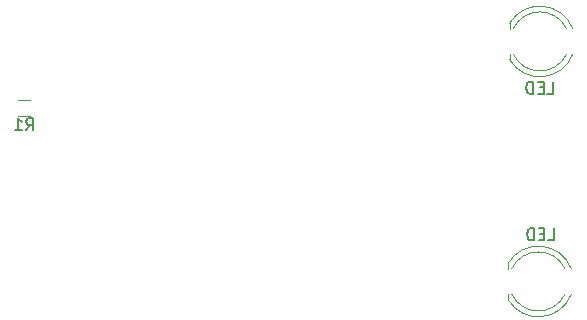
<source format=gbr>
G04 #@! TF.FileFunction,Legend,Bot*
%FSLAX46Y46*%
G04 Gerber Fmt 4.6, Leading zero omitted, Abs format (unit mm)*
G04 Created by KiCad (PCBNEW 4.0.7) date 12/08/18 06:10:40*
%MOMM*%
%LPD*%
G01*
G04 APERTURE LIST*
%ADD10C,0.100000*%
%ADD11C,0.120000*%
%ADD12C,0.150000*%
G04 APERTURE END LIST*
D10*
D11*
X73956800Y-34626000D02*
X72956800Y-34626000D01*
X72956800Y-35986000D02*
X73956800Y-35986000D01*
X119907215Y-30773427D02*
G75*
G02X114559400Y-31237430I-2787815J1080827D01*
G01*
X119907215Y-28611773D02*
G75*
G03X114559400Y-28147770I-2787815J-1080827D01*
G01*
X119373879Y-30773029D02*
G75*
G02X114864716Y-30772600I-2254479J1080429D01*
G01*
X119373879Y-28612171D02*
G75*
G03X114864716Y-28612600I-2254479J-1080429D01*
G01*
X114559400Y-31237600D02*
X114559400Y-30772600D01*
X114559400Y-28612600D02*
X114559400Y-28147600D01*
X119780215Y-51093427D02*
G75*
G02X114432400Y-51557430I-2787815J1080827D01*
G01*
X119780215Y-48931773D02*
G75*
G03X114432400Y-48467770I-2787815J-1080827D01*
G01*
X119246879Y-51093029D02*
G75*
G02X114737716Y-51092600I-2254479J1080429D01*
G01*
X119246879Y-48932171D02*
G75*
G03X114737716Y-48932600I-2254479J-1080429D01*
G01*
X114432400Y-51557600D02*
X114432400Y-51092600D01*
X114432400Y-48932600D02*
X114432400Y-48467600D01*
D12*
X73623466Y-37208381D02*
X73956800Y-36732190D01*
X74194895Y-37208381D02*
X74194895Y-36208381D01*
X73813942Y-36208381D01*
X73718704Y-36256000D01*
X73671085Y-36303619D01*
X73623466Y-36398857D01*
X73623466Y-36541714D01*
X73671085Y-36636952D01*
X73718704Y-36684571D01*
X73813942Y-36732190D01*
X74194895Y-36732190D01*
X72671085Y-37208381D02*
X73242514Y-37208381D01*
X72956800Y-37208381D02*
X72956800Y-36208381D01*
X73052038Y-36351238D01*
X73147276Y-36446476D01*
X73242514Y-36494095D01*
X117762257Y-34104981D02*
X118238448Y-34104981D01*
X118238448Y-33104981D01*
X117428924Y-33581171D02*
X117095590Y-33581171D01*
X116952733Y-34104981D02*
X117428924Y-34104981D01*
X117428924Y-33104981D01*
X116952733Y-33104981D01*
X116524162Y-34104981D02*
X116524162Y-33104981D01*
X116286067Y-33104981D01*
X116143209Y-33152600D01*
X116047971Y-33247838D01*
X116000352Y-33343076D01*
X115952733Y-33533552D01*
X115952733Y-33676410D01*
X116000352Y-33866886D01*
X116047971Y-33962124D01*
X116143209Y-34057362D01*
X116286067Y-34104981D01*
X116524162Y-34104981D01*
X117838457Y-46527981D02*
X118314648Y-46527981D01*
X118314648Y-45527981D01*
X117505124Y-46004171D02*
X117171790Y-46004171D01*
X117028933Y-46527981D02*
X117505124Y-46527981D01*
X117505124Y-45527981D01*
X117028933Y-45527981D01*
X116600362Y-46527981D02*
X116600362Y-45527981D01*
X116362267Y-45527981D01*
X116219409Y-45575600D01*
X116124171Y-45670838D01*
X116076552Y-45766076D01*
X116028933Y-45956552D01*
X116028933Y-46099410D01*
X116076552Y-46289886D01*
X116124171Y-46385124D01*
X116219409Y-46480362D01*
X116362267Y-46527981D01*
X116600362Y-46527981D01*
M02*

</source>
